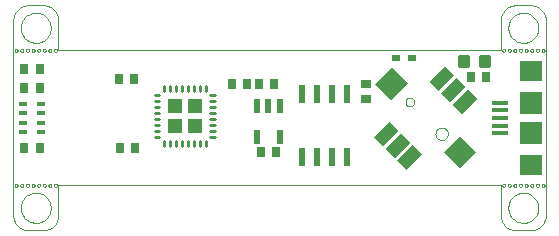
<source format=gtp>
G75*
%MOIN*%
%OFA0B0*%
%FSLAX24Y24*%
%IPPOS*%
%LPD*%
%AMOC8*
5,1,8,0,0,1.08239X$1,22.5*
%
%ADD10C,0.0000*%
%ADD11R,0.0276X0.0354*%
%ADD12R,0.0728X0.0433*%
%ADD13R,0.0787X0.0748*%
%ADD14R,0.0551X0.0138*%
%ADD15R,0.0748X0.0709*%
%ADD16R,0.0748X0.0748*%
%ADD17R,0.0236X0.0610*%
%ADD18R,0.0217X0.0472*%
%ADD19C,0.0118*%
%ADD20R,0.0276X0.0197*%
%ADD21R,0.0354X0.0276*%
%ADD22C,0.0089*%
%ADD23R,0.0492X0.0492*%
%ADD24R,0.0276X0.0177*%
D10*
X004510Y000900D02*
X004510Y007400D01*
X004512Y007444D01*
X004518Y007487D01*
X004527Y007529D01*
X004540Y007571D01*
X004557Y007611D01*
X004577Y007650D01*
X004600Y007687D01*
X004627Y007721D01*
X004656Y007754D01*
X004689Y007783D01*
X004723Y007810D01*
X004760Y007833D01*
X004799Y007853D01*
X004839Y007870D01*
X004881Y007883D01*
X004923Y007892D01*
X004966Y007898D01*
X005010Y007900D01*
X005510Y007900D01*
X005554Y007898D01*
X005597Y007892D01*
X005639Y007883D01*
X005681Y007870D01*
X005721Y007853D01*
X005760Y007833D01*
X005797Y007810D01*
X005831Y007783D01*
X005864Y007754D01*
X005893Y007721D01*
X005920Y007687D01*
X005943Y007650D01*
X005963Y007611D01*
X005980Y007571D01*
X005993Y007529D01*
X006002Y007487D01*
X006008Y007444D01*
X006010Y007400D01*
X006010Y006400D01*
X020760Y006400D01*
X020760Y007400D01*
X020762Y007444D01*
X020768Y007487D01*
X020777Y007529D01*
X020790Y007571D01*
X020807Y007611D01*
X020827Y007650D01*
X020850Y007687D01*
X020877Y007721D01*
X020906Y007754D01*
X020939Y007783D01*
X020973Y007810D01*
X021010Y007833D01*
X021049Y007853D01*
X021089Y007870D01*
X021131Y007883D01*
X021173Y007892D01*
X021216Y007898D01*
X021260Y007900D01*
X021760Y007900D01*
X021804Y007898D01*
X021847Y007892D01*
X021889Y007883D01*
X021931Y007870D01*
X021971Y007853D01*
X022010Y007833D01*
X022047Y007810D01*
X022081Y007783D01*
X022114Y007754D01*
X022143Y007721D01*
X022170Y007687D01*
X022193Y007650D01*
X022213Y007611D01*
X022230Y007571D01*
X022243Y007529D01*
X022252Y007487D01*
X022258Y007444D01*
X022260Y007400D01*
X022260Y000900D01*
X022258Y000856D01*
X022252Y000813D01*
X022243Y000771D01*
X022230Y000729D01*
X022213Y000689D01*
X022193Y000650D01*
X022170Y000613D01*
X022143Y000579D01*
X022114Y000546D01*
X022081Y000517D01*
X022047Y000490D01*
X022010Y000467D01*
X021971Y000447D01*
X021931Y000430D01*
X021889Y000417D01*
X021847Y000408D01*
X021804Y000402D01*
X021760Y000400D01*
X021260Y000400D01*
X021216Y000402D01*
X021173Y000408D01*
X021131Y000417D01*
X021089Y000430D01*
X021049Y000447D01*
X021010Y000467D01*
X020973Y000490D01*
X020939Y000517D01*
X020906Y000546D01*
X020877Y000579D01*
X020850Y000613D01*
X020827Y000650D01*
X020807Y000689D01*
X020790Y000729D01*
X020777Y000771D01*
X020768Y000813D01*
X020762Y000856D01*
X020760Y000900D01*
X020760Y001900D01*
X006010Y001900D01*
X006010Y000900D01*
X006008Y000856D01*
X006002Y000813D01*
X005993Y000771D01*
X005980Y000729D01*
X005963Y000689D01*
X005943Y000650D01*
X005920Y000613D01*
X005893Y000579D01*
X005864Y000546D01*
X005831Y000517D01*
X005797Y000490D01*
X005760Y000467D01*
X005721Y000447D01*
X005681Y000430D01*
X005639Y000417D01*
X005597Y000408D01*
X005554Y000402D01*
X005510Y000400D01*
X005010Y000400D01*
X004966Y000402D01*
X004923Y000408D01*
X004881Y000417D01*
X004839Y000430D01*
X004799Y000447D01*
X004760Y000467D01*
X004723Y000490D01*
X004689Y000517D01*
X004656Y000546D01*
X004627Y000579D01*
X004600Y000613D01*
X004577Y000650D01*
X004557Y000689D01*
X004540Y000729D01*
X004527Y000771D01*
X004518Y000813D01*
X004512Y000856D01*
X004510Y000900D01*
X004760Y001150D02*
X004762Y001194D01*
X004768Y001238D01*
X004778Y001281D01*
X004791Y001323D01*
X004808Y001364D01*
X004829Y001403D01*
X004853Y001440D01*
X004880Y001475D01*
X004910Y001507D01*
X004943Y001537D01*
X004979Y001563D01*
X005016Y001587D01*
X005056Y001606D01*
X005097Y001623D01*
X005140Y001635D01*
X005183Y001644D01*
X005227Y001649D01*
X005271Y001650D01*
X005315Y001647D01*
X005359Y001640D01*
X005402Y001629D01*
X005444Y001615D01*
X005484Y001597D01*
X005523Y001575D01*
X005559Y001551D01*
X005593Y001523D01*
X005625Y001492D01*
X005654Y001458D01*
X005680Y001422D01*
X005702Y001384D01*
X005721Y001344D01*
X005736Y001302D01*
X005748Y001260D01*
X005756Y001216D01*
X005760Y001172D01*
X005760Y001128D01*
X005756Y001084D01*
X005748Y001040D01*
X005736Y000998D01*
X005721Y000956D01*
X005702Y000916D01*
X005680Y000878D01*
X005654Y000842D01*
X005625Y000808D01*
X005593Y000777D01*
X005559Y000749D01*
X005523Y000725D01*
X005484Y000703D01*
X005444Y000685D01*
X005402Y000671D01*
X005359Y000660D01*
X005315Y000653D01*
X005271Y000650D01*
X005227Y000651D01*
X005183Y000656D01*
X005140Y000665D01*
X005097Y000677D01*
X005056Y000694D01*
X005016Y000713D01*
X004979Y000737D01*
X004943Y000763D01*
X004910Y000793D01*
X004880Y000825D01*
X004853Y000860D01*
X004829Y000897D01*
X004808Y000936D01*
X004791Y000977D01*
X004778Y001019D01*
X004768Y001062D01*
X004762Y001106D01*
X004760Y001150D01*
X004741Y001900D02*
X004743Y001913D01*
X004748Y001926D01*
X004757Y001937D01*
X004768Y001944D01*
X004781Y001949D01*
X004794Y001950D01*
X004808Y001947D01*
X004820Y001941D01*
X004830Y001932D01*
X004837Y001920D01*
X004841Y001907D01*
X004841Y001893D01*
X004837Y001880D01*
X004830Y001868D01*
X004820Y001859D01*
X004808Y001853D01*
X004794Y001850D01*
X004781Y001851D01*
X004768Y001856D01*
X004757Y001863D01*
X004748Y001874D01*
X004743Y001887D01*
X004741Y001900D01*
X004553Y001900D02*
X004555Y001913D01*
X004560Y001926D01*
X004569Y001937D01*
X004580Y001944D01*
X004593Y001949D01*
X004606Y001950D01*
X004620Y001947D01*
X004632Y001941D01*
X004642Y001932D01*
X004649Y001920D01*
X004653Y001907D01*
X004653Y001893D01*
X004649Y001880D01*
X004642Y001868D01*
X004632Y001859D01*
X004620Y001853D01*
X004606Y001850D01*
X004593Y001851D01*
X004580Y001856D01*
X004569Y001863D01*
X004560Y001874D01*
X004555Y001887D01*
X004553Y001900D01*
X004928Y001900D02*
X004930Y001913D01*
X004935Y001926D01*
X004944Y001937D01*
X004955Y001944D01*
X004968Y001949D01*
X004981Y001950D01*
X004995Y001947D01*
X005007Y001941D01*
X005017Y001932D01*
X005024Y001920D01*
X005028Y001907D01*
X005028Y001893D01*
X005024Y001880D01*
X005017Y001868D01*
X005007Y001859D01*
X004995Y001853D01*
X004981Y001850D01*
X004968Y001851D01*
X004955Y001856D01*
X004944Y001863D01*
X004935Y001874D01*
X004930Y001887D01*
X004928Y001900D01*
X005116Y001900D02*
X005118Y001913D01*
X005123Y001926D01*
X005132Y001937D01*
X005143Y001944D01*
X005156Y001949D01*
X005169Y001950D01*
X005183Y001947D01*
X005195Y001941D01*
X005205Y001932D01*
X005212Y001920D01*
X005216Y001907D01*
X005216Y001893D01*
X005212Y001880D01*
X005205Y001868D01*
X005195Y001859D01*
X005183Y001853D01*
X005169Y001850D01*
X005156Y001851D01*
X005143Y001856D01*
X005132Y001863D01*
X005123Y001874D01*
X005118Y001887D01*
X005116Y001900D01*
X005303Y001900D02*
X005305Y001913D01*
X005310Y001926D01*
X005319Y001937D01*
X005330Y001944D01*
X005343Y001949D01*
X005356Y001950D01*
X005370Y001947D01*
X005382Y001941D01*
X005392Y001932D01*
X005399Y001920D01*
X005403Y001907D01*
X005403Y001893D01*
X005399Y001880D01*
X005392Y001868D01*
X005382Y001859D01*
X005370Y001853D01*
X005356Y001850D01*
X005343Y001851D01*
X005330Y001856D01*
X005319Y001863D01*
X005310Y001874D01*
X005305Y001887D01*
X005303Y001900D01*
X005491Y001900D02*
X005493Y001913D01*
X005498Y001926D01*
X005507Y001937D01*
X005518Y001944D01*
X005531Y001949D01*
X005544Y001950D01*
X005558Y001947D01*
X005570Y001941D01*
X005580Y001932D01*
X005587Y001920D01*
X005591Y001907D01*
X005591Y001893D01*
X005587Y001880D01*
X005580Y001868D01*
X005570Y001859D01*
X005558Y001853D01*
X005544Y001850D01*
X005531Y001851D01*
X005518Y001856D01*
X005507Y001863D01*
X005498Y001874D01*
X005493Y001887D01*
X005491Y001900D01*
X005678Y001900D02*
X005680Y001913D01*
X005685Y001926D01*
X005694Y001937D01*
X005705Y001944D01*
X005718Y001949D01*
X005731Y001950D01*
X005745Y001947D01*
X005757Y001941D01*
X005767Y001932D01*
X005774Y001920D01*
X005778Y001907D01*
X005778Y001893D01*
X005774Y001880D01*
X005767Y001868D01*
X005757Y001859D01*
X005745Y001853D01*
X005731Y001850D01*
X005718Y001851D01*
X005705Y001856D01*
X005694Y001863D01*
X005685Y001874D01*
X005680Y001887D01*
X005678Y001900D01*
X005866Y001900D02*
X005868Y001913D01*
X005873Y001926D01*
X005882Y001937D01*
X005893Y001944D01*
X005906Y001949D01*
X005919Y001950D01*
X005933Y001947D01*
X005945Y001941D01*
X005955Y001932D01*
X005962Y001920D01*
X005966Y001907D01*
X005966Y001893D01*
X005962Y001880D01*
X005955Y001868D01*
X005945Y001859D01*
X005933Y001853D01*
X005919Y001850D01*
X005906Y001851D01*
X005893Y001856D01*
X005882Y001863D01*
X005873Y001874D01*
X005868Y001887D01*
X005866Y001900D01*
X005866Y006400D02*
X005868Y006413D01*
X005873Y006426D01*
X005882Y006437D01*
X005893Y006444D01*
X005906Y006449D01*
X005919Y006450D01*
X005933Y006447D01*
X005945Y006441D01*
X005955Y006432D01*
X005962Y006420D01*
X005966Y006407D01*
X005966Y006393D01*
X005962Y006380D01*
X005955Y006368D01*
X005945Y006359D01*
X005933Y006353D01*
X005919Y006350D01*
X005906Y006351D01*
X005893Y006356D01*
X005882Y006363D01*
X005873Y006374D01*
X005868Y006387D01*
X005866Y006400D01*
X005678Y006400D02*
X005680Y006413D01*
X005685Y006426D01*
X005694Y006437D01*
X005705Y006444D01*
X005718Y006449D01*
X005731Y006450D01*
X005745Y006447D01*
X005757Y006441D01*
X005767Y006432D01*
X005774Y006420D01*
X005778Y006407D01*
X005778Y006393D01*
X005774Y006380D01*
X005767Y006368D01*
X005757Y006359D01*
X005745Y006353D01*
X005731Y006350D01*
X005718Y006351D01*
X005705Y006356D01*
X005694Y006363D01*
X005685Y006374D01*
X005680Y006387D01*
X005678Y006400D01*
X005491Y006400D02*
X005493Y006413D01*
X005498Y006426D01*
X005507Y006437D01*
X005518Y006444D01*
X005531Y006449D01*
X005544Y006450D01*
X005558Y006447D01*
X005570Y006441D01*
X005580Y006432D01*
X005587Y006420D01*
X005591Y006407D01*
X005591Y006393D01*
X005587Y006380D01*
X005580Y006368D01*
X005570Y006359D01*
X005558Y006353D01*
X005544Y006350D01*
X005531Y006351D01*
X005518Y006356D01*
X005507Y006363D01*
X005498Y006374D01*
X005493Y006387D01*
X005491Y006400D01*
X005303Y006400D02*
X005305Y006413D01*
X005310Y006426D01*
X005319Y006437D01*
X005330Y006444D01*
X005343Y006449D01*
X005356Y006450D01*
X005370Y006447D01*
X005382Y006441D01*
X005392Y006432D01*
X005399Y006420D01*
X005403Y006407D01*
X005403Y006393D01*
X005399Y006380D01*
X005392Y006368D01*
X005382Y006359D01*
X005370Y006353D01*
X005356Y006350D01*
X005343Y006351D01*
X005330Y006356D01*
X005319Y006363D01*
X005310Y006374D01*
X005305Y006387D01*
X005303Y006400D01*
X005116Y006400D02*
X005118Y006413D01*
X005123Y006426D01*
X005132Y006437D01*
X005143Y006444D01*
X005156Y006449D01*
X005169Y006450D01*
X005183Y006447D01*
X005195Y006441D01*
X005205Y006432D01*
X005212Y006420D01*
X005216Y006407D01*
X005216Y006393D01*
X005212Y006380D01*
X005205Y006368D01*
X005195Y006359D01*
X005183Y006353D01*
X005169Y006350D01*
X005156Y006351D01*
X005143Y006356D01*
X005132Y006363D01*
X005123Y006374D01*
X005118Y006387D01*
X005116Y006400D01*
X004928Y006400D02*
X004930Y006413D01*
X004935Y006426D01*
X004944Y006437D01*
X004955Y006444D01*
X004968Y006449D01*
X004981Y006450D01*
X004995Y006447D01*
X005007Y006441D01*
X005017Y006432D01*
X005024Y006420D01*
X005028Y006407D01*
X005028Y006393D01*
X005024Y006380D01*
X005017Y006368D01*
X005007Y006359D01*
X004995Y006353D01*
X004981Y006350D01*
X004968Y006351D01*
X004955Y006356D01*
X004944Y006363D01*
X004935Y006374D01*
X004930Y006387D01*
X004928Y006400D01*
X004741Y006400D02*
X004743Y006413D01*
X004748Y006426D01*
X004757Y006437D01*
X004768Y006444D01*
X004781Y006449D01*
X004794Y006450D01*
X004808Y006447D01*
X004820Y006441D01*
X004830Y006432D01*
X004837Y006420D01*
X004841Y006407D01*
X004841Y006393D01*
X004837Y006380D01*
X004830Y006368D01*
X004820Y006359D01*
X004808Y006353D01*
X004794Y006350D01*
X004781Y006351D01*
X004768Y006356D01*
X004757Y006363D01*
X004748Y006374D01*
X004743Y006387D01*
X004741Y006400D01*
X004553Y006400D02*
X004555Y006413D01*
X004560Y006426D01*
X004569Y006437D01*
X004580Y006444D01*
X004593Y006449D01*
X004606Y006450D01*
X004620Y006447D01*
X004632Y006441D01*
X004642Y006432D01*
X004649Y006420D01*
X004653Y006407D01*
X004653Y006393D01*
X004649Y006380D01*
X004642Y006368D01*
X004632Y006359D01*
X004620Y006353D01*
X004606Y006350D01*
X004593Y006351D01*
X004580Y006356D01*
X004569Y006363D01*
X004560Y006374D01*
X004555Y006387D01*
X004553Y006400D01*
X004760Y007150D02*
X004762Y007194D01*
X004768Y007238D01*
X004778Y007281D01*
X004791Y007323D01*
X004808Y007364D01*
X004829Y007403D01*
X004853Y007440D01*
X004880Y007475D01*
X004910Y007507D01*
X004943Y007537D01*
X004979Y007563D01*
X005016Y007587D01*
X005056Y007606D01*
X005097Y007623D01*
X005140Y007635D01*
X005183Y007644D01*
X005227Y007649D01*
X005271Y007650D01*
X005315Y007647D01*
X005359Y007640D01*
X005402Y007629D01*
X005444Y007615D01*
X005484Y007597D01*
X005523Y007575D01*
X005559Y007551D01*
X005593Y007523D01*
X005625Y007492D01*
X005654Y007458D01*
X005680Y007422D01*
X005702Y007384D01*
X005721Y007344D01*
X005736Y007302D01*
X005748Y007260D01*
X005756Y007216D01*
X005760Y007172D01*
X005760Y007128D01*
X005756Y007084D01*
X005748Y007040D01*
X005736Y006998D01*
X005721Y006956D01*
X005702Y006916D01*
X005680Y006878D01*
X005654Y006842D01*
X005625Y006808D01*
X005593Y006777D01*
X005559Y006749D01*
X005523Y006725D01*
X005484Y006703D01*
X005444Y006685D01*
X005402Y006671D01*
X005359Y006660D01*
X005315Y006653D01*
X005271Y006650D01*
X005227Y006651D01*
X005183Y006656D01*
X005140Y006665D01*
X005097Y006677D01*
X005056Y006694D01*
X005016Y006713D01*
X004979Y006737D01*
X004943Y006763D01*
X004910Y006793D01*
X004880Y006825D01*
X004853Y006860D01*
X004829Y006897D01*
X004808Y006936D01*
X004791Y006977D01*
X004778Y007019D01*
X004768Y007062D01*
X004762Y007106D01*
X004760Y007150D01*
X017583Y004679D02*
X017585Y004703D01*
X017591Y004726D01*
X017600Y004748D01*
X017613Y004768D01*
X017628Y004786D01*
X017647Y004801D01*
X017668Y004813D01*
X017690Y004821D01*
X017713Y004826D01*
X017737Y004827D01*
X017761Y004824D01*
X017783Y004817D01*
X017805Y004807D01*
X017825Y004794D01*
X017842Y004777D01*
X017856Y004758D01*
X017867Y004737D01*
X017875Y004714D01*
X017879Y004691D01*
X017879Y004667D01*
X017875Y004644D01*
X017867Y004621D01*
X017856Y004600D01*
X017842Y004581D01*
X017825Y004564D01*
X017805Y004551D01*
X017783Y004541D01*
X017761Y004534D01*
X017737Y004531D01*
X017713Y004532D01*
X017690Y004537D01*
X017668Y004545D01*
X017647Y004557D01*
X017628Y004572D01*
X017613Y004590D01*
X017600Y004610D01*
X017591Y004632D01*
X017585Y004655D01*
X017583Y004679D01*
X018581Y003621D02*
X018583Y003649D01*
X018589Y003677D01*
X018598Y003703D01*
X018611Y003729D01*
X018627Y003752D01*
X018647Y003772D01*
X018669Y003790D01*
X018693Y003805D01*
X018719Y003816D01*
X018746Y003824D01*
X018774Y003828D01*
X018802Y003828D01*
X018830Y003824D01*
X018857Y003816D01*
X018883Y003805D01*
X018907Y003790D01*
X018929Y003772D01*
X018949Y003752D01*
X018965Y003729D01*
X018978Y003703D01*
X018987Y003677D01*
X018993Y003649D01*
X018995Y003621D01*
X018993Y003593D01*
X018987Y003565D01*
X018978Y003539D01*
X018965Y003513D01*
X018949Y003490D01*
X018929Y003470D01*
X018907Y003452D01*
X018883Y003437D01*
X018857Y003426D01*
X018830Y003418D01*
X018802Y003414D01*
X018774Y003414D01*
X018746Y003418D01*
X018719Y003426D01*
X018693Y003437D01*
X018669Y003452D01*
X018647Y003470D01*
X018627Y003490D01*
X018611Y003513D01*
X018598Y003539D01*
X018589Y003565D01*
X018583Y003593D01*
X018581Y003621D01*
X020803Y001900D02*
X020805Y001913D01*
X020810Y001926D01*
X020819Y001937D01*
X020830Y001944D01*
X020843Y001949D01*
X020856Y001950D01*
X020870Y001947D01*
X020882Y001941D01*
X020892Y001932D01*
X020899Y001920D01*
X020903Y001907D01*
X020903Y001893D01*
X020899Y001880D01*
X020892Y001868D01*
X020882Y001859D01*
X020870Y001853D01*
X020856Y001850D01*
X020843Y001851D01*
X020830Y001856D01*
X020819Y001863D01*
X020810Y001874D01*
X020805Y001887D01*
X020803Y001900D01*
X020991Y001900D02*
X020993Y001913D01*
X020998Y001926D01*
X021007Y001937D01*
X021018Y001944D01*
X021031Y001949D01*
X021044Y001950D01*
X021058Y001947D01*
X021070Y001941D01*
X021080Y001932D01*
X021087Y001920D01*
X021091Y001907D01*
X021091Y001893D01*
X021087Y001880D01*
X021080Y001868D01*
X021070Y001859D01*
X021058Y001853D01*
X021044Y001850D01*
X021031Y001851D01*
X021018Y001856D01*
X021007Y001863D01*
X020998Y001874D01*
X020993Y001887D01*
X020991Y001900D01*
X021178Y001900D02*
X021180Y001913D01*
X021185Y001926D01*
X021194Y001937D01*
X021205Y001944D01*
X021218Y001949D01*
X021231Y001950D01*
X021245Y001947D01*
X021257Y001941D01*
X021267Y001932D01*
X021274Y001920D01*
X021278Y001907D01*
X021278Y001893D01*
X021274Y001880D01*
X021267Y001868D01*
X021257Y001859D01*
X021245Y001853D01*
X021231Y001850D01*
X021218Y001851D01*
X021205Y001856D01*
X021194Y001863D01*
X021185Y001874D01*
X021180Y001887D01*
X021178Y001900D01*
X021366Y001900D02*
X021368Y001913D01*
X021373Y001926D01*
X021382Y001937D01*
X021393Y001944D01*
X021406Y001949D01*
X021419Y001950D01*
X021433Y001947D01*
X021445Y001941D01*
X021455Y001932D01*
X021462Y001920D01*
X021466Y001907D01*
X021466Y001893D01*
X021462Y001880D01*
X021455Y001868D01*
X021445Y001859D01*
X021433Y001853D01*
X021419Y001850D01*
X021406Y001851D01*
X021393Y001856D01*
X021382Y001863D01*
X021373Y001874D01*
X021368Y001887D01*
X021366Y001900D01*
X021553Y001900D02*
X021555Y001913D01*
X021560Y001926D01*
X021569Y001937D01*
X021580Y001944D01*
X021593Y001949D01*
X021606Y001950D01*
X021620Y001947D01*
X021632Y001941D01*
X021642Y001932D01*
X021649Y001920D01*
X021653Y001907D01*
X021653Y001893D01*
X021649Y001880D01*
X021642Y001868D01*
X021632Y001859D01*
X021620Y001853D01*
X021606Y001850D01*
X021593Y001851D01*
X021580Y001856D01*
X021569Y001863D01*
X021560Y001874D01*
X021555Y001887D01*
X021553Y001900D01*
X021741Y001900D02*
X021743Y001913D01*
X021748Y001926D01*
X021757Y001937D01*
X021768Y001944D01*
X021781Y001949D01*
X021794Y001950D01*
X021808Y001947D01*
X021820Y001941D01*
X021830Y001932D01*
X021837Y001920D01*
X021841Y001907D01*
X021841Y001893D01*
X021837Y001880D01*
X021830Y001868D01*
X021820Y001859D01*
X021808Y001853D01*
X021794Y001850D01*
X021781Y001851D01*
X021768Y001856D01*
X021757Y001863D01*
X021748Y001874D01*
X021743Y001887D01*
X021741Y001900D01*
X021928Y001900D02*
X021930Y001913D01*
X021935Y001926D01*
X021944Y001937D01*
X021955Y001944D01*
X021968Y001949D01*
X021981Y001950D01*
X021995Y001947D01*
X022007Y001941D01*
X022017Y001932D01*
X022024Y001920D01*
X022028Y001907D01*
X022028Y001893D01*
X022024Y001880D01*
X022017Y001868D01*
X022007Y001859D01*
X021995Y001853D01*
X021981Y001850D01*
X021968Y001851D01*
X021955Y001856D01*
X021944Y001863D01*
X021935Y001874D01*
X021930Y001887D01*
X021928Y001900D01*
X022116Y001900D02*
X022118Y001913D01*
X022123Y001926D01*
X022132Y001937D01*
X022143Y001944D01*
X022156Y001949D01*
X022169Y001950D01*
X022183Y001947D01*
X022195Y001941D01*
X022205Y001932D01*
X022212Y001920D01*
X022216Y001907D01*
X022216Y001893D01*
X022212Y001880D01*
X022205Y001868D01*
X022195Y001859D01*
X022183Y001853D01*
X022169Y001850D01*
X022156Y001851D01*
X022143Y001856D01*
X022132Y001863D01*
X022123Y001874D01*
X022118Y001887D01*
X022116Y001900D01*
X021010Y001150D02*
X021012Y001194D01*
X021018Y001238D01*
X021028Y001281D01*
X021041Y001323D01*
X021058Y001364D01*
X021079Y001403D01*
X021103Y001440D01*
X021130Y001475D01*
X021160Y001507D01*
X021193Y001537D01*
X021229Y001563D01*
X021266Y001587D01*
X021306Y001606D01*
X021347Y001623D01*
X021390Y001635D01*
X021433Y001644D01*
X021477Y001649D01*
X021521Y001650D01*
X021565Y001647D01*
X021609Y001640D01*
X021652Y001629D01*
X021694Y001615D01*
X021734Y001597D01*
X021773Y001575D01*
X021809Y001551D01*
X021843Y001523D01*
X021875Y001492D01*
X021904Y001458D01*
X021930Y001422D01*
X021952Y001384D01*
X021971Y001344D01*
X021986Y001302D01*
X021998Y001260D01*
X022006Y001216D01*
X022010Y001172D01*
X022010Y001128D01*
X022006Y001084D01*
X021998Y001040D01*
X021986Y000998D01*
X021971Y000956D01*
X021952Y000916D01*
X021930Y000878D01*
X021904Y000842D01*
X021875Y000808D01*
X021843Y000777D01*
X021809Y000749D01*
X021773Y000725D01*
X021734Y000703D01*
X021694Y000685D01*
X021652Y000671D01*
X021609Y000660D01*
X021565Y000653D01*
X021521Y000650D01*
X021477Y000651D01*
X021433Y000656D01*
X021390Y000665D01*
X021347Y000677D01*
X021306Y000694D01*
X021266Y000713D01*
X021229Y000737D01*
X021193Y000763D01*
X021160Y000793D01*
X021130Y000825D01*
X021103Y000860D01*
X021079Y000897D01*
X021058Y000936D01*
X021041Y000977D01*
X021028Y001019D01*
X021018Y001062D01*
X021012Y001106D01*
X021010Y001150D01*
X020991Y006400D02*
X020993Y006413D01*
X020998Y006426D01*
X021007Y006437D01*
X021018Y006444D01*
X021031Y006449D01*
X021044Y006450D01*
X021058Y006447D01*
X021070Y006441D01*
X021080Y006432D01*
X021087Y006420D01*
X021091Y006407D01*
X021091Y006393D01*
X021087Y006380D01*
X021080Y006368D01*
X021070Y006359D01*
X021058Y006353D01*
X021044Y006350D01*
X021031Y006351D01*
X021018Y006356D01*
X021007Y006363D01*
X020998Y006374D01*
X020993Y006387D01*
X020991Y006400D01*
X020803Y006400D02*
X020805Y006413D01*
X020810Y006426D01*
X020819Y006437D01*
X020830Y006444D01*
X020843Y006449D01*
X020856Y006450D01*
X020870Y006447D01*
X020882Y006441D01*
X020892Y006432D01*
X020899Y006420D01*
X020903Y006407D01*
X020903Y006393D01*
X020899Y006380D01*
X020892Y006368D01*
X020882Y006359D01*
X020870Y006353D01*
X020856Y006350D01*
X020843Y006351D01*
X020830Y006356D01*
X020819Y006363D01*
X020810Y006374D01*
X020805Y006387D01*
X020803Y006400D01*
X021178Y006400D02*
X021180Y006413D01*
X021185Y006426D01*
X021194Y006437D01*
X021205Y006444D01*
X021218Y006449D01*
X021231Y006450D01*
X021245Y006447D01*
X021257Y006441D01*
X021267Y006432D01*
X021274Y006420D01*
X021278Y006407D01*
X021278Y006393D01*
X021274Y006380D01*
X021267Y006368D01*
X021257Y006359D01*
X021245Y006353D01*
X021231Y006350D01*
X021218Y006351D01*
X021205Y006356D01*
X021194Y006363D01*
X021185Y006374D01*
X021180Y006387D01*
X021178Y006400D01*
X021366Y006400D02*
X021368Y006413D01*
X021373Y006426D01*
X021382Y006437D01*
X021393Y006444D01*
X021406Y006449D01*
X021419Y006450D01*
X021433Y006447D01*
X021445Y006441D01*
X021455Y006432D01*
X021462Y006420D01*
X021466Y006407D01*
X021466Y006393D01*
X021462Y006380D01*
X021455Y006368D01*
X021445Y006359D01*
X021433Y006353D01*
X021419Y006350D01*
X021406Y006351D01*
X021393Y006356D01*
X021382Y006363D01*
X021373Y006374D01*
X021368Y006387D01*
X021366Y006400D01*
X021553Y006400D02*
X021555Y006413D01*
X021560Y006426D01*
X021569Y006437D01*
X021580Y006444D01*
X021593Y006449D01*
X021606Y006450D01*
X021620Y006447D01*
X021632Y006441D01*
X021642Y006432D01*
X021649Y006420D01*
X021653Y006407D01*
X021653Y006393D01*
X021649Y006380D01*
X021642Y006368D01*
X021632Y006359D01*
X021620Y006353D01*
X021606Y006350D01*
X021593Y006351D01*
X021580Y006356D01*
X021569Y006363D01*
X021560Y006374D01*
X021555Y006387D01*
X021553Y006400D01*
X021741Y006400D02*
X021743Y006413D01*
X021748Y006426D01*
X021757Y006437D01*
X021768Y006444D01*
X021781Y006449D01*
X021794Y006450D01*
X021808Y006447D01*
X021820Y006441D01*
X021830Y006432D01*
X021837Y006420D01*
X021841Y006407D01*
X021841Y006393D01*
X021837Y006380D01*
X021830Y006368D01*
X021820Y006359D01*
X021808Y006353D01*
X021794Y006350D01*
X021781Y006351D01*
X021768Y006356D01*
X021757Y006363D01*
X021748Y006374D01*
X021743Y006387D01*
X021741Y006400D01*
X021928Y006400D02*
X021930Y006413D01*
X021935Y006426D01*
X021944Y006437D01*
X021955Y006444D01*
X021968Y006449D01*
X021981Y006450D01*
X021995Y006447D01*
X022007Y006441D01*
X022017Y006432D01*
X022024Y006420D01*
X022028Y006407D01*
X022028Y006393D01*
X022024Y006380D01*
X022017Y006368D01*
X022007Y006359D01*
X021995Y006353D01*
X021981Y006350D01*
X021968Y006351D01*
X021955Y006356D01*
X021944Y006363D01*
X021935Y006374D01*
X021930Y006387D01*
X021928Y006400D01*
X022116Y006400D02*
X022118Y006413D01*
X022123Y006426D01*
X022132Y006437D01*
X022143Y006444D01*
X022156Y006449D01*
X022169Y006450D01*
X022183Y006447D01*
X022195Y006441D01*
X022205Y006432D01*
X022212Y006420D01*
X022216Y006407D01*
X022216Y006393D01*
X022212Y006380D01*
X022205Y006368D01*
X022195Y006359D01*
X022183Y006353D01*
X022169Y006350D01*
X022156Y006351D01*
X022143Y006356D01*
X022132Y006363D01*
X022123Y006374D01*
X022118Y006387D01*
X022116Y006400D01*
X021010Y007150D02*
X021012Y007194D01*
X021018Y007238D01*
X021028Y007281D01*
X021041Y007323D01*
X021058Y007364D01*
X021079Y007403D01*
X021103Y007440D01*
X021130Y007475D01*
X021160Y007507D01*
X021193Y007537D01*
X021229Y007563D01*
X021266Y007587D01*
X021306Y007606D01*
X021347Y007623D01*
X021390Y007635D01*
X021433Y007644D01*
X021477Y007649D01*
X021521Y007650D01*
X021565Y007647D01*
X021609Y007640D01*
X021652Y007629D01*
X021694Y007615D01*
X021734Y007597D01*
X021773Y007575D01*
X021809Y007551D01*
X021843Y007523D01*
X021875Y007492D01*
X021904Y007458D01*
X021930Y007422D01*
X021952Y007384D01*
X021971Y007344D01*
X021986Y007302D01*
X021998Y007260D01*
X022006Y007216D01*
X022010Y007172D01*
X022010Y007128D01*
X022006Y007084D01*
X021998Y007040D01*
X021986Y006998D01*
X021971Y006956D01*
X021952Y006916D01*
X021930Y006878D01*
X021904Y006842D01*
X021875Y006808D01*
X021843Y006777D01*
X021809Y006749D01*
X021773Y006725D01*
X021734Y006703D01*
X021694Y006685D01*
X021652Y006671D01*
X021609Y006660D01*
X021565Y006653D01*
X021521Y006650D01*
X021477Y006651D01*
X021433Y006656D01*
X021390Y006665D01*
X021347Y006677D01*
X021306Y006694D01*
X021266Y006713D01*
X021229Y006737D01*
X021193Y006763D01*
X021160Y006793D01*
X021130Y006825D01*
X021103Y006860D01*
X021079Y006897D01*
X021058Y006936D01*
X021041Y006977D01*
X021028Y007019D01*
X021018Y007062D01*
X021012Y007106D01*
X021010Y007150D01*
D11*
X020265Y005525D03*
X019754Y005525D03*
X013203Y005275D03*
X012691Y005275D03*
X012297Y005275D03*
X011785Y005275D03*
X012754Y003025D03*
X013265Y003025D03*
X008578Y003150D03*
X008066Y003150D03*
X005390Y003150D03*
X004879Y003150D03*
X004879Y005150D03*
X005390Y005150D03*
X005390Y005775D03*
X004879Y005775D03*
X008035Y005431D03*
X008547Y005431D03*
D12*
G36*
X017354Y003718D02*
X016840Y003204D01*
X016534Y003510D01*
X017048Y004024D01*
X017354Y003718D01*
G37*
G36*
X017744Y003328D02*
X017230Y002814D01*
X016924Y003120D01*
X017438Y003634D01*
X017744Y003328D01*
G37*
G36*
X018134Y002939D02*
X017620Y002425D01*
X017314Y002731D01*
X017828Y003245D01*
X018134Y002939D01*
G37*
G36*
X019985Y004790D02*
X019471Y004276D01*
X019165Y004582D01*
X019679Y005096D01*
X019985Y004790D01*
G37*
G36*
X019595Y005180D02*
X019081Y004666D01*
X018775Y004972D01*
X019289Y005486D01*
X019595Y005180D01*
G37*
G36*
X019205Y005569D02*
X018691Y005055D01*
X018385Y005361D01*
X018899Y005875D01*
X019205Y005569D01*
G37*
D13*
G36*
X017660Y005304D02*
X017105Y004749D01*
X016576Y005278D01*
X017131Y005833D01*
X017660Y005304D01*
G37*
G36*
X019943Y003022D02*
X019388Y002467D01*
X018859Y002996D01*
X019414Y003551D01*
X019943Y003022D01*
G37*
D14*
X020716Y003638D03*
X020716Y003894D03*
X020716Y004150D03*
X020716Y004406D03*
X020716Y004662D03*
D15*
X021760Y005725D03*
X021760Y002575D03*
D16*
X021760Y003650D03*
X021760Y004650D03*
D17*
X015635Y004959D03*
X015135Y004959D03*
X014635Y004959D03*
X014135Y004959D03*
X014135Y002833D03*
X014635Y002833D03*
X015135Y002833D03*
X015635Y002833D03*
D18*
X013384Y003513D03*
X012635Y003513D03*
X012635Y004537D03*
X013010Y004537D03*
X013384Y004537D03*
D19*
X019401Y005887D02*
X019401Y006163D01*
X019677Y006163D01*
X019677Y005887D01*
X019401Y005887D01*
X019401Y006004D02*
X019677Y006004D01*
X019677Y006121D02*
X019401Y006121D01*
X020092Y006163D02*
X020092Y005887D01*
X020092Y006163D02*
X020368Y006163D01*
X020368Y005887D01*
X020092Y005887D01*
X020092Y006004D02*
X020368Y006004D01*
X020368Y006121D02*
X020092Y006121D01*
D20*
X017785Y006150D03*
X017273Y006150D03*
D21*
X016260Y005281D03*
X016260Y004769D03*
D22*
X011232Y004705D02*
X011075Y004705D01*
X011075Y004901D02*
X011232Y004901D01*
X010917Y005059D02*
X010917Y005216D01*
X010720Y005216D02*
X010720Y005059D01*
X010524Y005059D02*
X010524Y005216D01*
X010327Y005216D02*
X010327Y005059D01*
X010130Y005059D02*
X010130Y005216D01*
X009933Y005216D02*
X009933Y005059D01*
X009736Y005059D02*
X009736Y005216D01*
X009539Y005216D02*
X009539Y005059D01*
X009382Y004901D02*
X009224Y004901D01*
X009224Y004705D02*
X009382Y004705D01*
X009382Y004508D02*
X009224Y004508D01*
X009224Y004311D02*
X009382Y004311D01*
X009382Y004114D02*
X009224Y004114D01*
X009224Y003917D02*
X009382Y003917D01*
X009382Y003720D02*
X009224Y003720D01*
X009224Y003524D02*
X009382Y003524D01*
X009539Y003366D02*
X009539Y003209D01*
X009736Y003209D02*
X009736Y003366D01*
X009933Y003366D02*
X009933Y003209D01*
X010130Y003209D02*
X010130Y003366D01*
X010327Y003366D02*
X010327Y003209D01*
X010524Y003209D02*
X010524Y003366D01*
X010720Y003366D02*
X010720Y003209D01*
X010917Y003209D02*
X010917Y003366D01*
X011075Y003524D02*
X011232Y003524D01*
X011232Y003720D02*
X011075Y003720D01*
X011075Y003917D02*
X011232Y003917D01*
X011232Y004114D02*
X011075Y004114D01*
X011075Y004311D02*
X011232Y004311D01*
X011232Y004508D02*
X011075Y004508D01*
D23*
X010573Y004557D03*
X010573Y003868D03*
X009884Y003868D03*
X009884Y004557D03*
D24*
X005440Y004622D03*
X005440Y004307D03*
X005440Y003993D03*
X005440Y003678D03*
X004829Y003678D03*
X004829Y003993D03*
X004829Y004307D03*
X004829Y004622D03*
M02*

</source>
